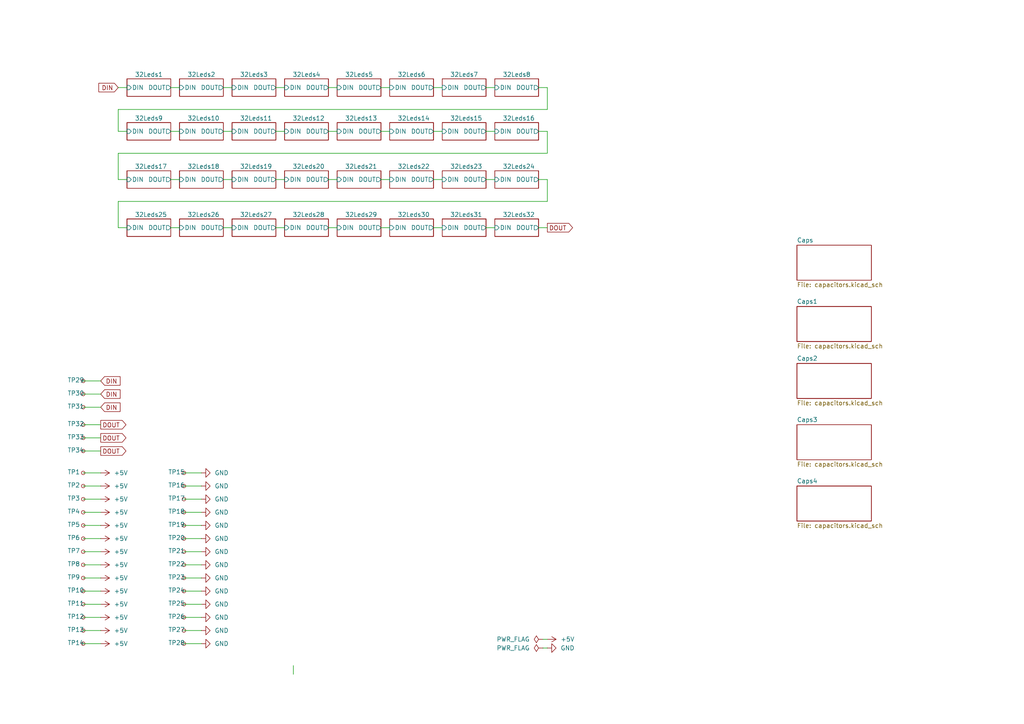
<source format=kicad_sch>
(kicad_sch (version 20231120) (generator "eeschema") (generator_version "8.0")
  (paper "A4")
  (lib_symbols
    (symbol "Connector:TestPoint_Small" (pin_numbers hide) (pin_names (offset 0.762) hide)
      (property "Reference" "TP" (at 0 3.81 0))
      (property "Value" "TestPoint_Small" (at 0 2.032 0))
      (symbol "TestPoint_Small_0_1"
        (circle (center 0 0) (radius 0.508))
      )
      (symbol "TestPoint_Small_1_1"
        (pin passive line (at 0 0 90) (length 0) (name "1") (number "1"))
      )
    )
    (symbol "power:+5V" (power) (pin_numbers hide) (pin_names (offset 0) hide)
      (property "Value" "+5V" (at 0 3.556 0))
      (symbol "+5V_0_1"
        (polyline (pts (xy -0.762 1.27) (xy 0 2.54)))
        (polyline (pts (xy 0 0) (xy 0 2.54)))
        (polyline (pts (xy 0 2.54) (xy 0.762 1.27)))
      )
      (symbol "+5V_1_1"
        (pin power_in line (at 0 0 90) (length 0) (name "~") (number "1"))
      )
    )
    (symbol "power:GND" (power) (pin_numbers hide) (pin_names (offset 0) hide)
      (property "Value" "GND" (at 0 -3.81 0))
      (symbol "GND_0_1"
        (polyline (pts (xy 0 0) (xy 0 -1.27) (xy 1.27 -1.27) (xy 0 -2.54) (xy -1.27 -1.27) (xy 0 -1.27)))
      )
      (symbol "GND_1_1"
        (pin power_in line (at 0 0 270) (length 0) (name "~") (number "1"))
      )
    )
    (symbol "power:PWR_FLAG" (power) (pin_numbers hide) (pin_names (offset 0) hide)
      (property "Value" "PWR_FLAG" (at 0 3.81 0))
      (symbol "PWR_FLAG_0_0"
        (pin power_out line (at 0 0 90) (length 0) (name "~") (number "1"))
      )
      (symbol "PWR_FLAG_0_1"
        (polyline (pts (xy 0 0) (xy 0 1.27) (xy -1.016 1.905) (xy 0 2.54) (xy 1.016 1.905) (xy 0 1.27)))
      )
    )
  )
  (wire (pts (xy 29.21 175.26) (xy 24.13 175.26)))
  (wire (pts (xy 110.49 38.1) (xy 113.03 38.1)))
  (wire (pts (xy 158.75 38.1) (xy 158.75 44.45)))
  (wire (pts (xy 110.49 25.4) (xy 113.03 25.4)))
  (wire (pts (xy 156.21 66.04) (xy 158.75 66.04)))
  (wire (pts (xy 125.73 66.04) (xy 128.27 66.04)))
  (wire (pts (xy 157.48 185.42) (xy 158.75 185.42)))
  (wire (pts (xy 125.73 52.07) (xy 128.27 52.07)))
  (wire (pts (xy 58.42 171.45) (xy 53.34 171.45)))
  (wire (pts (xy 58.42 163.83) (xy 53.34 163.83)))
  (wire (pts (xy 58.42 182.88) (xy 53.34 182.88)))
  (wire (pts (xy 140.97 52.07) (xy 143.51 52.07)))
  (wire (pts (xy 29.21 152.4) (xy 24.13 152.4)))
  (wire (pts (xy 158.75 44.45) (xy 34.29 44.45)))
  (wire (pts (xy 125.73 25.4) (xy 128.27 25.4)))
  (wire (pts (xy 64.77 25.4) (xy 67.31 25.4)))
  (wire (pts (xy 157.48 187.96) (xy 158.75 187.96)))
  (wire (pts (xy 80.01 25.4) (xy 82.55 25.4)))
  (wire (pts (xy 58.42 179.07) (xy 53.34 179.07)))
  (wire (pts (xy 34.29 66.04) (xy 36.83 66.04)))
  (wire (pts (xy 29.21 179.07) (xy 24.13 179.07)))
  (wire (pts (xy 121.92 510.54) (xy 121.92 505.46)))
  (wire (pts (xy 110.49 52.07) (xy 113.03 52.07)))
  (wire (pts (xy 158.75 25.4) (xy 158.75 31.75)))
  (wire (pts (xy 29.21 137.16) (xy 24.13 137.16)))
  (wire (pts (xy 29.21 127) (xy 24.13 127)))
  (wire (pts (xy 58.42 167.64) (xy 53.34 167.64)))
  (wire (pts (xy 158.75 58.42) (xy 34.29 58.42)))
  (wire (pts (xy 29.21 148.59) (xy 24.13 148.59)))
  (wire (pts (xy 158.75 31.75) (xy 34.29 31.75)))
  (wire (pts (xy 95.25 38.1) (xy 97.79 38.1)))
  (wire (pts (xy 64.77 52.07) (xy 67.31 52.07)))
  (wire (pts (xy 80.01 66.04) (xy 82.55 66.04)))
  (wire (pts (xy 156.21 52.07) (xy 158.75 52.07)))
  (wire (pts (xy 34.29 38.1) (xy 36.83 38.1)))
  (wire (pts (xy 34.29 44.45) (xy 34.29 52.07)))
  (wire (pts (xy 140.97 25.4) (xy 143.51 25.4)))
  (wire (pts (xy 125.73 38.1) (xy 128.27 38.1)))
  (wire (pts (xy 34.29 58.42) (xy 34.29 66.04)))
  (wire (pts (xy 95.25 66.04) (xy 97.79 66.04)))
  (wire (pts (xy 29.21 144.78) (xy 24.13 144.78)))
  (wire (pts (xy 58.42 152.4) (xy 53.34 152.4)))
  (wire (pts (xy 58.42 156.21) (xy 53.34 156.21)))
  (wire (pts (xy 110.49 66.04) (xy 113.03 66.04)))
  (wire (pts (xy 29.21 123.19) (xy 24.13 123.19)))
  (wire (pts (xy 140.97 38.1) (xy 143.51 38.1)))
  (wire (pts (xy 29.21 167.64) (xy 24.13 167.64)))
  (wire (pts (xy 80.01 52.07) (xy 82.55 52.07)))
  (wire (pts (xy 64.77 38.1) (xy 67.31 38.1)))
  (wire (pts (xy 85.09 193.04) (xy 85.09 195.58)))
  (wire (pts (xy 95.25 25.4) (xy 97.79 25.4)))
  (wire (pts (xy 58.42 186.69) (xy 53.34 186.69)))
  (wire (pts (xy 29.21 182.88) (xy 24.13 182.88)))
  (wire (pts (xy 58.42 137.16) (xy 53.34 137.16)))
  (wire (pts (xy 58.42 175.26) (xy 53.34 175.26)))
  (wire (pts (xy 156.21 25.4) (xy 158.75 25.4)))
  (wire (pts (xy 49.53 25.4) (xy 52.07 25.4)))
  (wire (pts (xy 58.42 144.78) (xy 53.34 144.78)))
  (wire (pts (xy 29.21 186.69) (xy 24.13 186.69)))
  (wire (pts (xy 34.29 52.07) (xy 36.83 52.07)))
  (wire (pts (xy 29.21 130.81) (xy 24.13 130.81)))
  (wire (pts (xy 29.21 156.21) (xy 24.13 156.21)))
  (wire (pts (xy 140.97 66.04) (xy 143.51 66.04)))
  (wire (pts (xy 95.25 52.07) (xy 97.79 52.07)))
  (wire (pts (xy 29.21 118.11) (xy 24.13 118.11)))
  (wire (pts (xy 29.21 163.83) (xy 24.13 163.83)))
  (wire (pts (xy 158.75 52.07) (xy 158.75 58.42)))
  (wire (pts (xy 29.21 171.45) (xy 24.13 171.45)))
  (wire (pts (xy 80.01 38.1) (xy 82.55 38.1)))
  (wire (pts (xy 49.53 52.07) (xy 52.07 52.07)))
  (wire (pts (xy 58.42 148.59) (xy 53.34 148.59)))
  (wire (pts (xy 49.53 38.1) (xy 52.07 38.1)))
  (wire (pts (xy 64.77 66.04) (xy 67.31 66.04)))
  (wire (pts (xy 29.21 110.49) (xy 24.13 110.49)))
  (wire (pts (xy 34.29 31.75) (xy 34.29 38.1)))
  (wire (pts (xy 29.21 140.97) (xy 24.13 140.97)))
  (wire (pts (xy 156.21 38.1) (xy 158.75 38.1)))
  (wire (pts (xy 29.21 114.3) (xy 24.13 114.3)))
  (wire (pts (xy 58.42 160.02) (xy 53.34 160.02)))
  (wire (pts (xy 34.29 25.4) (xy 36.83 25.4)))
  (wire (pts (xy 58.42 140.97) (xy 53.34 140.97)))
  (wire (pts (xy 49.53 66.04) (xy 52.07 66.04)))
  (wire (pts (xy 29.21 160.02) (xy 24.13 160.02)))
  (global_label "DOUT" (shape output) (at 29.21 130.81 0) (property "Intersheetrefs" "${INTERSHEET_REFS}" (effects (hide yes))))
  (global_label "DIN" (shape input) (at 34.29 25.4 180) (property "Intersheetrefs" "${INTERSHEET_REFS}" (effects (hide yes))))
  (global_label "DOUT" (shape output) (at 29.21 127 0) (property "Intersheetrefs" "${INTERSHEET_REFS}" (effects (hide yes))))
  (global_label "DIN" (shape input) (at 29.21 114.3 0) (property "Intersheetrefs" "${INTERSHEET_REFS}" (effects (hide yes))))
  (global_label "DOUT" (shape output) (at 29.21 123.19 0) (property "Intersheetrefs" "${INTERSHEET_REFS}" (effects (hide yes))))
  (global_label "DIN" (shape input) (at 29.21 118.11 0) (property "Intersheetrefs" "${INTERSHEET_REFS}" (effects (hide yes))))
  (global_label "DIN" (shape input) (at 29.21 110.49 0) (property "Intersheetrefs" "${INTERSHEET_REFS}" (effects (hide yes))))
  (global_label "DOUT" (shape output) (at 158.75 66.04 0) (property "Intersheetrefs" "${INTERSHEET_REFS}" (effects (hide yes))))
  (symbol (lib_id "Connector:TestPoint_Small") (at 24.13 123.19 0) (unit 1)
    (property "Reference" "TP32" (at 19.558 122.936 0) (effects (justify left)))
    (property "Value" "TestPoint_Small" (effects (hide yes)))
    (property "Footprint" "lib_pixel_grid:Edge_TestPoint_Pad_2.0x4.0mm_1" (effects (hide yes)))
    (property "Description" "test point" (effects (hide yes)))
  )
  (symbol (lib_id "power:+5V") (at 29.21 175.26 270) (unit 1)
    (property "Reference" "#PWR011" (effects (hide yes)))
    (property "Value" "+5V" (at 33.02 175.2599 90) (effects (justify left)))
    (property "Description" "Power symbol creates a global label with name \"+5V\"" (effects (hide yes)))
  )
  (symbol (lib_id "Connector:TestPoint_Small") (at 53.34 156.21 0) (unit 1)
    (property "Reference" "TP20" (at 48.768 155.956 0) (effects (justify left)))
    (property "Value" "TestPoint_Small" (effects (hide yes)))
    (property "Footprint" "lib_pixel_grid:Edge_TestPoint_Pad_2.0x4.0mm_1" (effects (hide yes)))
    (property "Description" "test point" (effects (hide yes)))
  )
  (symbol (lib_id "power:+5V") (at 29.21 140.97 270) (unit 1)
    (property "Reference" "#PWR02" (effects (hide yes)))
    (property "Value" "+5V" (at 33.02 140.9699 90) (effects (justify left)))
    (property "Description" "Power symbol creates a global label with name \"+5V\"" (effects (hide yes)))
  )
  (symbol (lib_id "power:+5V") (at 29.21 186.69 270) (unit 1)
    (property "Reference" "#PWR014" (effects (hide yes)))
    (property "Value" "+5V" (at 33.02 186.6899 90) (effects (justify left)))
    (property "Description" "Power symbol creates a global label with name \"+5V\"" (effects (hide yes)))
  )
  (symbol (lib_id "power:GND") (at 58.42 175.26 90) (unit 1)
    (property "Reference" "#PWR027" (effects (hide yes)))
    (property "Value" "GND" (at 62.23 175.2599 90) (effects (justify right)))
    (property "Description" "Power symbol creates a global label with name \"GND\" , ground" (effects (hide yes)))
  )
  (symbol (lib_id "power:PWR_FLAG") (at 157.48 185.42 90) (unit 1)
    (property "Reference" "#FLG01" (effects (hide yes)))
    (property "Value" "PWR_FLAG" (at 153.67 185.4199 90) (effects (justify left)))
    (property "Description" "Special symbol for telling ERC where power comes from" (effects (hide yes)))
  )
  (symbol (lib_id "Connector:TestPoint_Small") (at 53.34 171.45 0) (unit 1)
    (property "Reference" "TP24" (at 48.768 171.196 0) (effects (justify left)))
    (property "Value" "TestPoint_Small" (effects (hide yes)))
    (property "Footprint" "lib_pixel_grid:Edge_TestPoint_Pad_2.0x4.0mm_1" (effects (hide yes)))
    (property "Description" "test point" (effects (hide yes)))
  )
  (symbol (lib_id "power:+5V") (at 158.75 185.42 270) (unit 1)
    (property "Reference" "#PWR015" (effects (hide yes)))
    (property "Value" "+5V" (at 162.56 185.4199 90) (effects (justify left)))
    (property "Description" "Power symbol creates a global label with name \"+5V\"" (effects (hide yes)))
  )
  (symbol (lib_id "power:+5V") (at 29.21 152.4 270) (unit 1)
    (property "Reference" "#PWR05" (effects (hide yes)))
    (property "Value" "+5V" (at 33.02 152.3999 90) (effects (justify left)))
    (property "Description" "Power symbol creates a global label with name \"+5V\"" (effects (hide yes)))
  )
  (symbol (lib_id "Connector:TestPoint_Small") (at 53.34 175.26 0) (unit 1)
    (property "Reference" "TP25" (at 48.768 175.006 0) (effects (justify left)))
    (property "Value" "TestPoint_Small" (effects (hide yes)))
    (property "Footprint" "lib_pixel_grid:Edge_TestPoint_Pad_2.0x4.0mm_1" (effects (hide yes)))
    (property "Description" "test point" (effects (hide yes)))
  )
  (symbol (lib_id "Connector:TestPoint_Small") (at 53.34 144.78 0) (unit 1)
    (property "Reference" "TP17" (at 48.768 144.526 0) (effects (justify left)))
    (property "Value" "TestPoint_Small" (effects (hide yes)))
    (property "Footprint" "lib_pixel_grid:Edge_TestPoint_Pad_2.0x4.0mm_1" (effects (hide yes)))
    (property "Description" "test point" (effects (hide yes)))
  )
  (symbol (lib_id "power:GND") (at 58.42 148.59 90) (unit 1)
    (property "Reference" "#PWR020" (effects (hide yes)))
    (property "Value" "GND" (at 62.23 148.5899 90) (effects (justify right)))
    (property "Description" "Power symbol creates a global label with name \"GND\" , ground" (effects (hide yes)))
  )
  (symbol (lib_id "power:+5V") (at 29.21 144.78 270) (unit 1)
    (property "Reference" "#PWR03" (effects (hide yes)))
    (property "Value" "+5V" (at 33.02 144.7799 90) (effects (justify left)))
    (property "Description" "Power symbol creates a global label with name \"+5V\"" (effects (hide yes)))
  )
  (symbol (lib_id "power:GND") (at 58.42 167.64 90) (unit 1)
    (property "Reference" "#PWR025" (effects (hide yes)))
    (property "Value" "GND" (at 62.23 167.6399 90) (effects (justify right)))
    (property "Description" "Power symbol creates a global label with name \"GND\" , ground" (effects (hide yes)))
  )
  (symbol (lib_id "power:GND") (at 58.42 152.4 90) (unit 1)
    (property "Reference" "#PWR021" (effects (hide yes)))
    (property "Value" "GND" (at 62.23 152.3999 90) (effects (justify right)))
    (property "Description" "Power symbol creates a global label with name \"GND\" , ground" (effects (hide yes)))
  )
  (symbol (lib_id "power:GND") (at 58.42 171.45 90) (unit 1)
    (property "Reference" "#PWR026" (effects (hide yes)))
    (property "Value" "GND" (at 62.23 171.4499 90) (effects (justify right)))
    (property "Description" "Power symbol creates a global label with name \"GND\" , ground" (effects (hide yes)))
  )
  (symbol (lib_id "power:GND") (at 58.42 160.02 90) (unit 1)
    (property "Reference" "#PWR023" (effects (hide yes)))
    (property "Value" "GND" (at 62.23 160.0199 90) (effects (justify right)))
    (property "Description" "Power symbol creates a global label with name \"GND\" , ground" (effects (hide yes)))
  )
  (symbol (lib_id "Connector:TestPoint_Small") (at 24.13 182.88 0) (unit 1)
    (property "Reference" "TP13" (at 19.558 182.626 0) (effects (justify left)))
    (property "Value" "TestPoint_Small" (effects (hide yes)))
    (property "Footprint" "lib_pixel_grid:Edge_TestPoint_Pad_2.0x4.0mm_1" (effects (hide yes)))
    (property "Description" "test point" (effects (hide yes)))
  )
  (symbol (lib_id "Connector:TestPoint_Small") (at 24.13 175.26 0) (unit 1)
    (property "Reference" "TP11" (at 19.558 175.006 0) (effects (justify left)))
    (property "Value" "TestPoint_Small" (effects (hide yes)))
    (property "Footprint" "lib_pixel_grid:Edge_TestPoint_Pad_2.0x4.0mm_1" (effects (hide yes)))
    (property "Description" "test point" (effects (hide yes)))
  )
  (symbol (lib_id "Connector:TestPoint_Small") (at 53.34 179.07 0) (unit 1)
    (property "Reference" "TP26" (at 48.768 178.816 0) (effects (justify left)))
    (property "Value" "TestPoint_Small" (effects (hide yes)))
    (property "Footprint" "lib_pixel_grid:Edge_TestPoint_Pad_2.0x4.0mm_1" (effects (hide yes)))
    (property "Description" "test point" (effects (hide yes)))
  )
  (symbol (lib_id "power:GND") (at 58.42 182.88 90) (unit 1)
    (property "Reference" "#PWR029" (effects (hide yes)))
    (property "Value" "GND" (at 62.23 182.8799 90) (effects (justify right)))
    (property "Description" "Power symbol creates a global label with name \"GND\" , ground" (effects (hide yes)))
  )
  (symbol (lib_id "Connector:TestPoint_Small") (at 24.13 160.02 0) (unit 1)
    (property "Reference" "TP7" (at 19.558 159.766 0) (effects (justify left)))
    (property "Value" "TestPoint_Small" (effects (hide yes)))
    (property "Footprint" "lib_pixel_grid:Edge_TestPoint_Pad_2.0x4.0mm_1" (effects (hide yes)))
    (property "Description" "test point" (effects (hide yes)))
  )
  (symbol (lib_id "Connector:TestPoint_Small") (at 53.34 148.59 0) (unit 1)
    (property "Reference" "TP18" (at 48.768 148.336 0) (effects (justify left)))
    (property "Value" "TestPoint_Small" (effects (hide yes)))
    (property "Footprint" "lib_pixel_grid:Edge_TestPoint_Pad_2.0x4.0mm_1" (effects (hide yes)))
    (property "Description" "test point" (effects (hide yes)))
  )
  (symbol (lib_id "Connector:TestPoint_Small") (at 24.13 130.81 0) (unit 1)
    (property "Reference" "TP34" (at 19.558 130.556 0) (effects (justify left)))
    (property "Value" "TestPoint_Small" (effects (hide yes)))
    (property "Footprint" "lib_pixel_grid:Edge_TestPoint_Pad_2.0x4.0mm_1" (effects (hide yes)))
    (property "Description" "test point" (effects (hide yes)))
  )
  (symbol (lib_id "Connector:TestPoint_Small") (at 24.13 127 0) (unit 1)
    (property "Reference" "TP33" (at 19.558 126.746 0) (effects (justify left)))
    (property "Value" "TestPoint_Small" (effects (hide yes)))
    (property "Footprint" "lib_pixel_grid:Edge_TestPoint_Pad_2.0x4.0mm_1" (effects (hide yes)))
    (property "Description" "test point" (effects (hide yes)))
  )
  (symbol (lib_id "Connector:TestPoint_Small") (at 24.13 167.64 0) (unit 1)
    (property "Reference" "TP9" (at 19.558 167.386 0) (effects (justify left)))
    (property "Value" "TestPoint_Small" (effects (hide yes)))
    (property "Footprint" "lib_pixel_grid:Edge_TestPoint_Pad_2.0x4.0mm_1" (effects (hide yes)))
    (property "Description" "test point" (effects (hide yes)))
  )
  (symbol (lib_id "Connector:TestPoint_Small") (at 53.34 163.83 0) (unit 1)
    (property "Reference" "TP22" (at 48.768 163.576 0) (effects (justify left)))
    (property "Value" "TestPoint_Small" (effects (hide yes)))
    (property "Footprint" "lib_pixel_grid:Edge_TestPoint_Pad_2.0x4.0mm_1" (effects (hide yes)))
    (property "Description" "test point" (effects (hide yes)))
  )
  (symbol (lib_id "Connector:TestPoint_Small") (at 24.13 140.97 0) (unit 1)
    (property "Reference" "TP2" (at 19.558 140.716 0) (effects (justify left)))
    (property "Value" "TestPoint_Small" (effects (hide yes)))
    (property "Footprint" "lib_pixel_grid:Edge_TestPoint_Pad_2.0x4.0mm_1" (effects (hide yes)))
    (property "Description" "test point" (effects (hide yes)))
  )
  (symbol (lib_id "power:PWR_FLAG") (at 157.48 187.96 90) (unit 1)
    (property "Reference" "#FLG02" (effects (hide yes)))
    (property "Value" "PWR_FLAG" (at 153.67 187.9599 90) (effects (justify left)))
    (property "Description" "Special symbol for telling ERC where power comes from" (effects (hide yes)))
  )
  (symbol (lib_id "Connector:TestPoint_Small") (at 24.13 171.45 0) (unit 1)
    (property "Reference" "TP10" (at 19.558 171.196 0) (effects (justify left)))
    (property "Value" "TestPoint_Small" (effects (hide yes)))
    (property "Footprint" "lib_pixel_grid:Edge_TestPoint_Pad_2.0x4.0mm_1" (effects (hide yes)))
    (property "Description" "test point" (effects (hide yes)))
  )
  (symbol (lib_id "Connector:TestPoint_Small") (at 53.34 160.02 0) (unit 1)
    (property "Reference" "TP21" (at 48.768 159.766 0) (effects (justify left)))
    (property "Value" "TestPoint_Small" (effects (hide yes)))
    (property "Footprint" "lib_pixel_grid:Edge_TestPoint_Pad_2.0x4.0mm_1" (effects (hide yes)))
    (property "Description" "test point" (effects (hide yes)))
  )
  (symbol (lib_id "Connector:TestPoint_Small") (at 24.13 110.49 0) (unit 1)
    (property "Reference" "TP29" (at 19.558 110.236 0) (effects (justify left)))
    (property "Value" "TestPoint_Small" (effects (hide yes)))
    (property "Footprint" "lib_pixel_grid:Edge_TestPoint_Pad_2.0x4.0mm_1" (effects (hide yes)))
    (property "Description" "test point" (effects (hide yes)))
  )
  (symbol (lib_id "power:GND") (at 158.75 187.96 90) (unit 1)
    (property "Reference" "#PWR016" (effects (hide yes)))
    (property "Value" "GND" (at 162.56 187.9599 90) (effects (justify right)))
    (property "Description" "Power symbol creates a global label with name \"GND\" , ground" (effects (hide yes)))
  )
  (symbol (lib_id "power:+5V") (at 29.21 160.02 270) (unit 1)
    (property "Reference" "#PWR07" (effects (hide yes)))
    (property "Value" "+5V" (at 33.02 160.0199 90) (effects (justify left)))
    (property "Description" "Power symbol creates a global label with name \"+5V\"" (effects (hide yes)))
  )
  (symbol (lib_id "power:+5V") (at 29.21 167.64 270) (unit 1)
    (property "Reference" "#PWR09" (effects (hide yes)))
    (property "Value" "+5V" (at 33.02 167.6399 90) (effects (justify left)))
    (property "Description" "Power symbol creates a global label with name \"+5V\"" (effects (hide yes)))
  )
  (symbol (lib_id "Connector:TestPoint_Small") (at 53.34 152.4 0) (unit 1)
    (property "Reference" "TP19" (at 48.768 152.146 0) (effects (justify left)))
    (property "Value" "TestPoint_Small" (effects (hide yes)))
    (property "Footprint" "lib_pixel_grid:Edge_TestPoint_Pad_2.0x4.0mm_1" (effects (hide yes)))
    (property "Description" "test point" (effects (hide yes)))
  )
  (symbol (lib_id "Connector:TestPoint_Small") (at 24.13 148.59 0) (unit 1)
    (property "Reference" "TP4" (at 19.558 148.336 0) (effects (justify left)))
    (property "Value" "TestPoint_Small" (effects (hide yes)))
    (property "Footprint" "lib_pixel_grid:Edge_TestPoint_Pad_2.0x4.0mm_1" (effects (hide yes)))
    (property "Description" "test point" (effects (hide yes)))
  )
  (symbol (lib_id "power:GND") (at 58.42 144.78 90) (unit 1)
    (property "Reference" "#PWR019" (effects (hide yes)))
    (property "Value" "GND" (at 62.23 144.7799 90) (effects (justify right)))
    (property "Description" "Power symbol creates a global label with name \"GND\" , ground" (effects (hide yes)))
  )
  (symbol (lib_id "power:+5V") (at 29.21 148.59 270) (unit 1)
    (property "Reference" "#PWR04" (effects (hide yes)))
    (property "Value" "+5V" (at 33.02 148.5899 90) (effects (justify left)))
    (property "Description" "Power symbol creates a global label with name \"+5V\"" (effects (hide yes)))
  )
  (symbol (lib_id "Connector:TestPoint_Small") (at 24.13 179.07 0) (unit 1)
    (property "Reference" "TP12" (at 19.558 178.816 0) (effects (justify left)))
    (property "Value" "TestPoint_Small" (effects (hide yes)))
    (property "Footprint" "lib_pixel_grid:Edge_TestPoint_Pad_2.0x4.0mm_1" (effects (hide yes)))
    (property "Description" "test point" (effects (hide yes)))
  )
  (symbol (lib_id "power:+5V") (at 29.21 171.45 270) (unit 1)
    (property "Reference" "#PWR010" (effects (hide yes)))
    (property "Value" "+5V" (at 33.02 171.4499 90) (effects (justify left)))
    (property "Description" "Power symbol creates a global label with name \"+5V\"" (effects (hide yes)))
  )
  (symbol (lib_id "Connector:TestPoint_Small") (at 24.13 156.21 0) (unit 1)
    (property "Reference" "TP6" (at 19.558 155.956 0) (effects (justify left)))
    (property "Value" "TestPoint_Small" (effects (hide yes)))
    (property "Footprint" "lib_pixel_grid:Edge_TestPoint_Pad_2.0x4.0mm_1" (effects (hide yes)))
    (property "Description" "test point" (effects (hide yes)))
  )
  (symbol (lib_id "Connector:TestPoint_Small") (at 53.34 137.16 0) (unit 1)
    (property "Reference" "TP15" (at 48.768 136.906 0) (effects (justify left)))
    (property "Value" "TestPoint_Small" (effects (hide yes)))
    (property "Footprint" "lib_pixel_grid:Edge_TestPoint_Pad_2.0x4.0mm_1" (effects (hide yes)))
    (property "Description" "test point" (effects (hide yes)))
  )
  (symbol (lib_id "Connector:TestPoint_Small") (at 24.13 118.11 0) (unit 1)
    (property "Reference" "TP31" (at 19.558 117.856 0) (effects (justify left)))
    (property "Value" "TestPoint_Small" (effects (hide yes)))
    (property "Footprint" "lib_pixel_grid:Edge_TestPoint_Pad_2.0x4.0mm_1" (effects (hide yes)))
    (property "Description" "test point" (effects (hide yes)))
  )
  (symbol (lib_id "Connector:TestPoint_Small") (at 53.34 140.97 0) (unit 1)
    (property "Reference" "TP16" (at 48.768 140.716 0) (effects (justify left)))
    (property "Value" "TestPoint_Small" (effects (hide yes)))
    (property "Footprint" "lib_pixel_grid:Edge_TestPoint_Pad_2.0x4.0mm_1" (effects (hide yes)))
    (property "Description" "test point" (effects (hide yes)))
  )
  (symbol (lib_id "Connector:TestPoint_Small") (at 53.34 186.69 0) (unit 1)
    (property "Reference" "TP28" (at 48.768 186.436 0) (effects (justify left)))
    (property "Value" "TestPoint_Small" (effects (hide yes)))
    (property "Footprint" "lib_pixel_grid:Edge_TestPoint_Pad_2.0x4.0mm_1" (effects (hide yes)))
    (property "Description" "test point" (effects (hide yes)))
  )
  (symbol (lib_id "power:GND") (at 58.42 179.07 90) (unit 1)
    (property "Reference" "#PWR028" (effects (hide yes)))
    (property "Value" "GND" (at 62.23 179.0699 90) (effects (justify right)))
    (property "Description" "Power symbol creates a global label with name \"GND\" , ground" (effects (hide yes)))
  )
  (symbol (lib_id "power:GND") (at 58.42 137.16 90) (unit 1)
    (property "Reference" "#PWR017" (effects (hide yes)))
    (property "Value" "GND" (at 62.23 137.1599 90) (effects (justify right)))
    (property "Description" "Power symbol creates a global label with name \"GND\" , ground" (effects (hide yes)))
  )
  (symbol (lib_id "Connector:TestPoint_Small") (at 24.13 186.69 0) (unit 1)
    (property "Reference" "TP14" (at 19.558 186.436 0) (effects (justify left)))
    (property "Value" "TestPoint_Small" (effects (hide yes)))
    (property "Footprint" "lib_pixel_grid:Edge_TestPoint_Pad_2.0x4.0mm_1" (effects (hide yes)))
    (property "Description" "test point" (effects (hide yes)))
  )
  (symbol (lib_id "Connector:TestPoint_Small") (at 53.34 182.88 0) (unit 1)
    (property "Reference" "TP27" (at 48.768 182.626 0) (effects (justify left)))
    (property "Value" "TestPoint_Small" (effects (hide yes)))
    (property "Footprint" "lib_pixel_grid:Edge_TestPoint_Pad_2.0x4.0mm_1" (effects (hide yes)))
    (property "Description" "test point" (effects (hide yes)))
  )
  (symbol (lib_id "Connector:TestPoint_Small") (at 24.13 114.3 0) (unit 1)
    (property "Reference" "TP30" (at 19.558 114.046 0) (effects (justify left)))
    (property "Value" "TestPoint_Small" (effects (hide yes)))
    (property "Footprint" "lib_pixel_grid:Edge_TestPoint_Pad_2.0x4.0mm_1" (effects (hide yes)))
    (property "Description" "test point" (effects (hide yes)))
  )
  (symbol (lib_id "Connector:TestPoint_Small") (at 24.13 144.78 0) (unit 1)
    (property "Reference" "TP3" (at 19.558 144.526 0) (effects (justify left)))
    (property "Value" "TestPoint_Small" (effects (hide yes)))
    (property "Footprint" "lib_pixel_grid:Edge_TestPoint_Pad_2.0x4.0mm_1" (effects (hide yes)))
    (property "Description" "test point" (effects (hide yes)))
  )
  (symbol (lib_id "power:+5V") (at 29.21 156.21 270) (unit 1)
    (property "Reference" "#PWR06" (effects (hide yes)))
    (property "Value" "+5V" (at 33.02 156.2099 90) (effects (justify left)))
    (property "Description" "Power symbol creates a global label with name \"+5V\"" (effects (hide yes)))
  )
  (symbol (lib_id "power:+5V") (at 29.21 179.07 270) (unit 1)
    (property "Reference" "#PWR012" (effects (hide yes)))
    (property "Value" "+5V" (at 33.02 179.0699 90) (effects (justify left)))
    (property "Description" "Power symbol creates a global label with name \"+5V\"" (effects (hide yes)))
  )
  (symbol (lib_id "power:GND") (at 58.42 186.69 90) (unit 1)
    (property "Reference" "#PWR030" (effects (hide yes)))
    (property "Value" "GND" (at 62.23 186.6899 90) (effects (justify right)))
    (property "Description" "Power symbol creates a global label with name \"GND\" , ground" (effects (hide yes)))
  )
  (symbol (lib_id "Connector:TestPoint_Small") (at 53.34 167.64 0) (unit 1)
    (property "Reference" "TP23" (at 48.768 167.386 0) (effects (justify left)))
    (property "Value" "TestPoint_Small" (effects (hide yes)))
    (property "Footprint" "lib_pixel_grid:Edge_TestPoint_Pad_2.0x4.0mm_1" (effects (hide yes)))
    (property "Description" "test point" (effects (hide yes)))
  )
  (symbol (lib_id "power:+5V") (at 29.21 163.83 270) (unit 1)
    (property "Reference" "#PWR08" (effects (hide yes)))
    (property "Value" "+5V" (at 33.02 163.8299 90) (effects (justify left)))
    (property "Description" "Power symbol creates a global label with name \"+5V\"" (effects (hide yes)))
  )
  (symbol (lib_id "Connector:TestPoint_Small") (at 24.13 137.16 0) (unit 1)
    (property "Reference" "TP1" (at 19.558 136.906 0) (effects (justify left)))
    (property "Value" "TestPoint_Small" (effects (hide yes)))
    (property "Footprint" "lib_pixel_grid:Edge_TestPoint_Pad_2.0x4.0mm_1" (effects (hide yes)))
    (property "Description" "test point" (effects (hide yes)))
  )
  (symbol (lib_id "power:+5V") (at 29.21 137.16 270) (unit 1)
    (property "Reference" "#PWR01" (effects (hide yes)))
    (property "Value" "+5V" (at 33.02 137.1599 90) (effects (justify left)))
    (property "Description" "Power symbol creates a global label with name \"+5V\"" (effects (hide yes)))
  )
  (symbol (lib_id "Connector:TestPoint_Small") (at 24.13 163.83 0) (unit 1)
    (property "Reference" "TP8" (at 19.558 163.576 0) (effects (justify left)))
    (property "Value" "TestPoint_Small" (effects (hide yes)))
    (property "Footprint" "lib_pixel_grid:Edge_TestPoint_Pad_2.0x4.0mm_1" (effects (hide yes)))
    (property "Description" "test point" (effects (hide yes)))
  )
  (symbol (lib_id "Connector:TestPoint_Small") (at 24.13 152.4 0) (unit 1)
    (property "Reference" "TP5" (at 19.558 152.146 0) (effects (justify left)))
    (property "Value" "TestPoint_Small" (effects (hide yes)))
    (property "Footprint" "lib_pixel_grid:Edge_TestPoint_Pad_2.0x4.0mm_1" (effects (hide yes)))
    (property "Description" "test point" (effects (hide yes)))
  )
  (symbol (lib_id "power:GND") (at 58.42 156.21 90) (unit 1)
    (property "Reference" "#PWR022" (effects (hide yes)))
    (property "Value" "GND" (at 62.23 156.2099 90) (effects (justify right)))
    (property "Description" "Power symbol creates a global label with name \"GND\" , ground" (effects (hide yes)))
  )
  (symbol (lib_id "power:GND") (at 58.42 163.83 90) (unit 1)
    (property "Reference" "#PWR024" (effects (hide yes)))
    (property "Value" "GND" (at 62.23 163.8299 90) (effects (justify right)))
    (property "Description" "Power symbol creates a global label with name \"GND\" , ground" (effects (hide yes)))
  )
  (symbol (lib_id "power:+5V") (at 29.21 182.88 270) (unit 1)
    (property "Reference" "#PWR013" (effects (hide yes)))
    (property "Value" "+5V" (at 33.02 182.8799 90) (effects (justify left)))
    (property "Description" "Power symbol creates a global label with name \"+5V\"" (effects (hide yes)))
  )
  (symbol (lib_id "power:GND") (at 58.42 140.97 90) (unit 1)
    (property "Reference" "#PWR018" (effects (hide yes)))
    (property "Value" "GND" (at 62.23 140.9699 90) (effects (justify right)))
    (property "Description" "Power symbol creates a global label with name \"GND\" , ground" (effects (hide yes)))
  )
  (sheet (at 52.07 35.56) (size 12.7 5.08) (stroke (width 0.1524))
    (property "Sheetname" "32Leds10" (at 54.356 35.052 0) (effects (justify left bottom)))
    (property "Sheetfile" "ten_leds.kicad_sch" (effects (hide yes)))
    (pin "DIN" input (at 52.07 38.1 180))
    (pin "DOUT" output (at 64.77 38.1 0))
  )
  (sheet (at 113.03 63.5) (size 12.7 5.08) (stroke (width 0.1524))
    (property "Sheetname" "32Leds30" (at 115.316 62.992 0) (effects (justify left bottom)))
    (property "Sheetfile" "ten_leds.kicad_sch" (effects (hide yes)))
    (pin "DIN" input (at 113.03 66.04 180))
    (pin "DOUT" output (at 125.73 66.04 0))
  )
  (sheet (at 143.51 49.53) (size 12.7 5.08) (stroke (width 0.1524))
    (property "Sheetname" "32Leds24" (at 145.796 49.022 0) (effects (justify left bottom)))
    (property "Sheetfile" "ten_leds.kicad_sch" (effects (hide yes)))
    (pin "DIN" input (at 143.51 52.07 180))
    (pin "DOUT" output (at 156.21 52.07 0))
  )
  (sheet (at 113.03 35.56) (size 12.7 5.08) (stroke (width 0.1524))
    (property "Sheetname" "32Leds14" (at 115.316 35.052 0) (effects (justify left bottom)))
    (property "Sheetfile" "ten_leds.kicad_sch" (effects (hide yes)))
    (pin "DIN" input (at 113.03 38.1 180))
    (pin "DOUT" output (at 125.73 38.1 0))
  )
  (sheet (at 231.14 88.9) (size 21.59 10.16) (stroke (width 0.1524))
    (property "Sheetname" "Caps1" (at 231.14 88.1884 0) (effects (justify left bottom)))
    (property "Sheetfile" "capacitors.kicad_sch" (at 231.14 99.6446 0) (effects (justify left top)))
  )
  (sheet (at 143.51 35.56) (size 12.7 5.08) (stroke (width 0.1524))
    (property "Sheetname" "32Leds16" (at 145.796 35.052 0) (effects (justify left bottom)))
    (property "Sheetfile" "ten_leds.kicad_sch" (effects (hide yes)))
    (pin "DIN" input (at 143.51 38.1 180))
    (pin "DOUT" output (at 156.21 38.1 0))
  )
  (sheet (at 128.27 22.86) (size 12.7 5.08) (stroke (width 0.1524))
    (property "Sheetname" "32Leds7" (at 130.556 22.352 0) (effects (justify left bottom)))
    (property "Sheetfile" "ten_leds.kicad_sch" (effects (hide yes)))
    (pin "DIN" input (at 128.27 25.4 180))
    (pin "DOUT" output (at 140.97 25.4 0))
  )
  (sheet (at 97.79 35.56) (size 12.7 5.08) (stroke (width 0.1524))
    (property "Sheetname" "32Leds13" (at 100.076 35.052 0) (effects (justify left bottom)))
    (property "Sheetfile" "ten_leds.kicad_sch" (effects (hide yes)))
    (pin "DIN" input (at 97.79 38.1 180))
    (pin "DOUT" output (at 110.49 38.1 0))
  )
  (sheet (at 82.55 63.5) (size 12.7 5.08) (stroke (width 0.1524))
    (property "Sheetname" "32Leds28" (at 84.836 62.992 0) (effects (justify left bottom)))
    (property "Sheetfile" "ten_leds.kicad_sch" (effects (hide yes)))
    (pin "DIN" input (at 82.55 66.04 180))
    (pin "DOUT" output (at 95.25 66.04 0))
  )
  (sheet (at 67.31 63.5) (size 12.7 5.08) (stroke (width 0.1524))
    (property "Sheetname" "32Leds27" (at 69.596 62.992 0) (effects (justify left bottom)))
    (property "Sheetfile" "ten_leds.kicad_sch" (effects (hide yes)))
    (pin "DIN" input (at 67.31 66.04 180))
    (pin "DOUT" output (at 80.01 66.04 0))
  )
  (sheet (at 82.55 49.53) (size 12.7 5.08) (stroke (width 0.1524))
    (property "Sheetname" "32Leds20" (at 84.836 49.022 0) (effects (justify left bottom)))
    (property "Sheetfile" "ten_leds.kicad_sch" (effects (hide yes)))
    (pin "DIN" input (at 82.55 52.07 180))
    (pin "DOUT" output (at 95.25 52.07 0))
  )
  (sheet (at 231.14 140.97) (size 21.59 10.16) (stroke (width 0.1524))
    (property "Sheetname" "Caps4" (at 231.14 140.2584 0) (effects (justify left bottom)))
    (property "Sheetfile" "capacitors.kicad_sch" (at 231.14 151.7146 0) (effects (justify left top)))
  )
  (sheet (at 113.03 22.86) (size 12.7 5.08) (stroke (width 0.1524))
    (property "Sheetname" "32Leds6" (at 115.316 22.352 0) (effects (justify left bottom)))
    (property "Sheetfile" "ten_leds.kicad_sch" (effects (hide yes)))
    (pin "DIN" input (at 113.03 25.4 180))
    (pin "DOUT" output (at 125.73 25.4 0))
  )
  (sheet (at 143.51 22.86) (size 12.7 5.08) (stroke (width 0.1524))
    (property "Sheetname" "32Leds8" (at 145.796 22.352 0) (effects (justify left bottom)))
    (property "Sheetfile" "ten_leds.kicad_sch" (effects (hide yes)))
    (pin "DIN" input (at 143.51 25.4 180))
    (pin "DOUT" output (at 156.21 25.4 0))
  )
  (sheet (at 67.31 22.86) (size 12.7 5.08) (stroke (width 0.1524))
    (property "Sheetname" "32Leds3" (at 69.596 22.352 0) (effects (justify left bottom)))
    (property "Sheetfile" "ten_leds.kicad_sch" (effects (hide yes)))
    (pin "DIN" input (at 67.31 25.4 180))
    (pin "DOUT" output (at 80.01 25.4 0))
  )
  (sheet (at 36.83 35.56) (size 12.7 5.08) (stroke (width 0.1524))
    (property "Sheetname" "32Leds9" (at 39.116 35.052 0) (effects (justify left bottom)))
    (property "Sheetfile" "ten_leds.kicad_sch" (effects (hide yes)))
    (pin "DIN" input (at 36.83 38.1 180))
    (pin "DOUT" output (at 49.53 38.1 0))
  )
  (sheet (at 67.31 35.56) (size 12.7 5.08) (stroke (width 0.1524))
    (property "Sheetname" "32Leds11" (at 69.596 35.052 0) (effects (justify left bottom)))
    (property "Sheetfile" "ten_leds.kicad_sch" (effects (hide yes)))
    (pin "DIN" input (at 67.31 38.1 180))
    (pin "DOUT" output (at 80.01 38.1 0))
  )
  (sheet (at 97.79 63.5) (size 12.7 5.08) (stroke (width 0.1524))
    (property "Sheetname" "32Leds29" (at 100.076 62.992 0) (effects (justify left bottom)))
    (property "Sheetfile" "ten_leds.kicad_sch" (effects (hide yes)))
    (pin "DIN" input (at 97.79 66.04 180))
    (pin "DOUT" output (at 110.49 66.04 0))
  )
  (sheet (at 97.79 22.86) (size 12.7 5.08) (stroke (width 0.1524))
    (property "Sheetname" "32Leds5" (at 100.076 22.352 0) (effects (justify left bottom)))
    (property "Sheetfile" "ten_leds.kicad_sch" (effects (hide yes)))
    (pin "DIN" input (at 97.79 25.4 180))
    (pin "DOUT" output (at 110.49 25.4 0))
  )
  (sheet (at 36.83 22.86) (size 12.7 5.08) (stroke (width 0.1524))
    (property "Sheetname" "32Leds1" (at 39.116 22.352 0) (effects (justify left bottom)))
    (property "Sheetfile" "ten_leds.kicad_sch" (effects (hide yes)))
    (pin "DIN" input (at 36.83 25.4 180))
    (pin "DOUT" output (at 49.53 25.4 0))
  )
  (sheet (at 143.51 63.5) (size 12.7 5.08) (stroke (width 0.1524))
    (property "Sheetname" "32Leds32" (at 145.796 62.992 0) (effects (justify left bottom)))
    (property "Sheetfile" "ten_leds.kicad_sch" (effects (hide yes)))
    (pin "DIN" input (at 143.51 66.04 180))
    (pin "DOUT" output (at 156.21 66.04 0))
  )
  (sheet (at 36.83 49.53) (size 12.7 5.08) (stroke (width 0.1524))
    (property "Sheetname" "32Leds17" (at 39.116 49.022 0) (effects (justify left bottom)))
    (property "Sheetfile" "ten_leds.kicad_sch" (effects (hide yes)))
    (pin "DIN" input (at 36.83 52.07 180))
    (pin "DOUT" output (at 49.53 52.07 0))
  )
  (sheet (at 36.83 63.5) (size 12.7 5.08) (stroke (width 0.1524))
    (property "Sheetname" "32Leds25" (at 39.116 62.992 0) (effects (justify left bottom)))
    (property "Sheetfile" "ten_leds.kicad_sch" (effects (hide yes)))
    (pin "DIN" input (at 36.83 66.04 180))
    (pin "DOUT" output (at 49.53 66.04 0))
  )
  (sheet (at 231.14 123.19) (size 21.59 10.16) (stroke (width 0.1524))
    (property "Sheetname" "Caps3" (at 231.14 122.4784 0) (effects (justify left bottom)))
    (property "Sheetfile" "capacitors.kicad_sch" (at 231.14 133.9346 0) (effects (justify left top)))
  )
  (sheet (at 52.07 22.86) (size 12.7 5.08) (stroke (width 0.1524))
    (property "Sheetname" "32Leds2" (at 54.356 22.352 0) (effects (justify left bottom)))
    (property "Sheetfile" "ten_leds.kicad_sch" (effects (hide yes)))
    (pin "DIN" input (at 52.07 25.4 180))
    (pin "DOUT" output (at 64.77 25.4 0))
  )
  (sheet (at 97.79 49.53) (size 12.7 5.08) (stroke (width 0.1524))
    (property "Sheetname" "32Leds21" (at 100.076 49.022 0) (effects (justify left bottom)))
    (property "Sheetfile" "ten_leds.kicad_sch" (effects (hide yes)))
    (pin "DIN" input (at 97.79 52.07 180))
    (pin "DOUT" output (at 110.49 52.07 0))
  )
  (sheet (at 67.31 49.53) (size 12.7 5.08) (stroke (width 0.1524))
    (property "Sheetname" "32Leds19" (at 69.596 49.022 0) (effects (justify left bottom)))
    (property "Sheetfile" "ten_leds.kicad_sch" (effects (hide yes)))
    (pin "DIN" input (at 67.31 52.07 180))
    (pin "DOUT" output (at 80.01 52.07 0))
  )
  (sheet (at 113.03 49.53) (size 12.7 5.08) (stroke (width 0.1524))
    (property "Sheetname" "32Leds22" (at 115.316 49.022 0) (effects (justify left bottom)))
    (property "Sheetfile" "ten_leds.kicad_sch" (effects (hide yes)))
    (pin "DIN" input (at 113.03 52.07 180))
    (pin "DOUT" output (at 125.73 52.07 0))
  )
  (sheet (at 52.07 49.53) (size 12.7 5.08) (stroke (width 0.1524))
    (property "Sheetname" "32Leds18" (at 54.356 49.022 0) (effects (justify left bottom)))
    (property "Sheetfile" "ten_leds.kicad_sch" (effects (hide yes)))
    (pin "DIN" input (at 52.07 52.07 180))
    (pin "DOUT" output (at 64.77 52.07 0))
  )
  (sheet (at 82.55 35.56) (size 12.7 5.08) (stroke (width 0.1524))
    (property "Sheetname" "32Leds12" (at 84.836 35.052 0) (effects (justify left bottom)))
    (property "Sheetfile" "ten_leds.kicad_sch" (effects (hide yes)))
    (pin "DIN" input (at 82.55 38.1 180))
    (pin "DOUT" output (at 95.25 38.1 0))
  )
  (sheet (at 128.27 63.5) (size 12.7 5.08) (stroke (width 0.1524))
    (property "Sheetname" "32Leds31" (at 130.556 62.992 0) (effects (justify left bottom)))
    (property "Sheetfile" "ten_leds.kicad_sch" (effects (hide yes)))
    (pin "DIN" input (at 128.27 66.04 180))
    (pin "DOUT" output (at 140.97 66.04 0))
  )
  (sheet (at 82.55 22.86) (size 12.7 5.08) (stroke (width 0.1524))
    (property "Sheetname" "32Leds4" (at 84.836 22.352 0) (effects (justify left bottom)))
    (property "Sheetfile" "ten_leds.kicad_sch" (effects (hide yes)))
    (pin "DIN" input (at 82.55 25.4 180))
    (pin "DOUT" output (at 95.25 25.4 0))
  )
  (sheet (at 231.14 105.41) (size 21.59 10.16) (stroke (width 0.1524))
    (property "Sheetname" "Caps2" (at 231.14 104.6984 0) (effects (justify left bottom)))
    (property "Sheetfile" "capacitors.kicad_sch" (at 231.14 116.1546 0) (effects (justify left top)))
  )
  (sheet (at 231.14 71.12) (size 21.59 10.16) (stroke (width 0.1524))
    (property "Sheetname" "Caps" (at 231.14 70.4084 0) (effects (justify left bottom)))
    (property "Sheetfile" "capacitors.kicad_sch" (at 231.14 81.8646 0) (effects (justify left top)))
  )
  (sheet (at 128.27 35.56) (size 12.7 5.08) (stroke (width 0.1524))
    (property "Sheetname" "32Leds15" (at 130.556 35.052 0) (effects (justify left bottom)))
    (property "Sheetfile" "ten_leds.kicad_sch" (effects (hide yes)))
    (pin "DIN" input (at 128.27 38.1 180))
    (pin "DOUT" output (at 140.97 38.1 0))
  )
  (sheet (at 52.07 63.5) (size 12.7 5.08) (stroke (width 0.1524))
    (property "Sheetname" "32Leds26" (at 54.356 62.992 0) (effects (justify left bottom)))
    (property "Sheetfile" "ten_leds.kicad_sch" (effects (hide yes)))
    (pin "DIN" input (at 52.07 66.04 180))
    (pin "DOUT" output (at 64.77 66.04 0))
  )
  (sheet (at 128.27 49.53) (size 12.7 5.08) (stroke (width 0.1524))
    (property "Sheetname" "32Leds23" (at 130.556 49.022 0) (effects (justify left bottom)))
    (property "Sheetfile" "ten_leds.kicad_sch" (effects (hide yes)))
    (pin "DIN" input (at 128.27 52.07 180))
    (pin "DOUT" output (at 140.97 52.07 0))
  )
)
</source>
